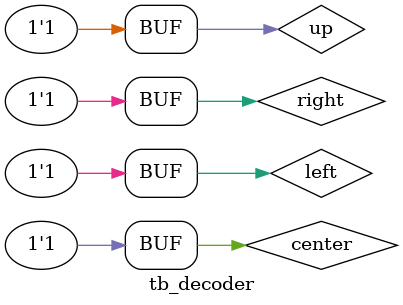
<source format=v>
`timescale 1ns / 1ps

module tb_decoder;

reg up, center, left, right;
wire combo0, combo1, combo2, combo3, combo4, combo5, combo6, combo7;

decoder uut (up, center, left, right, combo0, combo1, combo2, combo3, combo4, combo5, combo6, combo7); 

initial begin 
center = 0; up = 0; left = 0; right = 0;
#10
center = 0; up = 0; left = 0; right = 1;
#10
center = 0; up = 0; left = 1; right = 0;
#10
center = 0; up = 0; left = 1; right = 1;
#10
center = 0; up = 1; left = 0; right = 0;
#10
center = 0; up = 1; left = 0; right = 1;
#10
center = 0; up = 1; left = 1; right = 0;
#10
center = 0; up = 1; left = 1; right = 1;
#10
center = 1; up = 0; left = 0; right = 0;
#10
center = 1; up = 0; left = 0; right = 1;
#10
center = 1; up = 0; left = 1; right = 0;
#10
center = 1; up = 0; left = 1; right = 1;
#10
center = 1; up = 1; left = 0; right = 0;
#10
center = 1; up = 1; left = 0; right = 1;
#10
center = 1; up = 1; left = 1; right = 0;
#10
center = 1; up = 1; left = 1; right = 1;

end


endmodule

</source>
